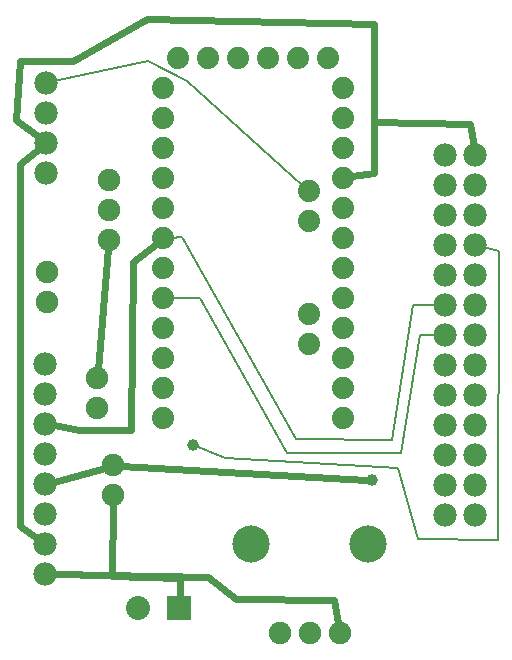
<source format=gtl>
G04 MADE WITH FRITZING*
G04 WWW.FRITZING.ORG*
G04 DOUBLE SIDED*
G04 HOLES PLATED*
G04 CONTOUR ON CENTER OF CONTOUR VECTOR*
%ASAXBY*%
%FSLAX23Y23*%
%MOIN*%
%OFA0B0*%
%SFA1.0B1.0*%
%ADD10C,0.074000*%
%ADD11C,0.078000*%
%ADD12C,0.074667*%
%ADD13C,0.074695*%
%ADD14C,0.124033*%
%ADD15C,0.075000*%
%ADD16C,0.039370*%
%ADD17C,0.080000*%
%ADD18R,0.080000X0.080000*%
%ADD19C,0.024000*%
%ADD20C,0.008000*%
%LNCOPPER1*%
G90*
G70*
G54D10*
X1098Y2093D03*
X998Y2093D03*
X898Y2093D03*
X798Y2093D03*
X698Y2093D03*
X598Y2093D03*
X1033Y1548D03*
X1033Y1648D03*
X1033Y1138D03*
X1033Y1238D03*
X1148Y1993D03*
X1148Y1893D03*
X1148Y1793D03*
X1148Y1693D03*
X1148Y1593D03*
X1148Y1493D03*
X1148Y1393D03*
X1148Y1293D03*
X1148Y1193D03*
X1148Y1093D03*
X1148Y993D03*
X1148Y893D03*
X548Y893D03*
X548Y993D03*
X548Y1093D03*
X548Y1193D03*
X548Y1293D03*
X548Y1393D03*
X548Y1493D03*
X548Y1593D03*
X548Y1693D03*
X548Y1793D03*
X548Y1893D03*
X548Y1993D03*
G54D11*
X159Y1711D03*
X159Y1811D03*
X159Y1911D03*
X159Y2011D03*
X159Y1711D03*
X159Y1811D03*
X159Y1911D03*
X159Y2011D03*
G54D12*
X1136Y176D03*
X1036Y176D03*
G54D13*
X936Y176D03*
G54D14*
X1230Y472D03*
X841Y472D03*
G54D12*
X1136Y176D03*
X1036Y176D03*
G54D13*
X936Y176D03*
G54D14*
X1230Y472D03*
X841Y472D03*
G54D15*
X366Y1687D03*
X366Y1587D03*
X366Y1487D03*
X329Y926D03*
X329Y1026D03*
X161Y1281D03*
X161Y1381D03*
X381Y735D03*
X381Y635D03*
G54D11*
X154Y1074D03*
X154Y974D03*
X154Y874D03*
X154Y774D03*
X154Y674D03*
X154Y574D03*
X154Y474D03*
X154Y374D03*
X1489Y1770D03*
X1489Y1670D03*
X1489Y1570D03*
X1489Y1470D03*
X1489Y1370D03*
X1489Y1270D03*
X1489Y1170D03*
X1489Y1070D03*
X1489Y970D03*
X1489Y870D03*
X1489Y770D03*
X1489Y670D03*
X1489Y570D03*
X1489Y1770D03*
X1489Y1670D03*
X1489Y1570D03*
X1489Y1470D03*
X1489Y1370D03*
X1489Y1270D03*
X1489Y1170D03*
X1489Y1070D03*
X1489Y970D03*
X1489Y870D03*
X1489Y770D03*
X1489Y670D03*
X1489Y570D03*
X1589Y570D03*
X1589Y670D03*
X1589Y770D03*
X1589Y870D03*
X1589Y970D03*
X1589Y1070D03*
X1589Y1170D03*
X1589Y1270D03*
X1589Y1370D03*
X1589Y1470D03*
X1589Y1570D03*
X1589Y1670D03*
X1589Y1770D03*
G54D16*
X1244Y686D03*
X646Y803D03*
G54D17*
X601Y260D03*
X464Y260D03*
G54D18*
X601Y260D03*
G54D19*
X790Y289D02*
X1118Y286D01*
D02*
X1118Y286D02*
X1131Y208D01*
D02*
X696Y363D02*
X790Y289D01*
D02*
X184Y373D02*
X696Y363D01*
D02*
X377Y370D02*
X380Y606D01*
D02*
X184Y373D02*
X377Y370D01*
D02*
X183Y681D02*
X353Y727D01*
D02*
X70Y534D02*
X72Y1741D01*
D02*
X130Y491D02*
X70Y534D01*
D02*
X72Y1741D02*
X136Y1792D01*
D02*
X442Y853D02*
X267Y853D01*
D02*
X267Y853D02*
X184Y868D01*
D02*
X448Y1414D02*
X442Y853D01*
D02*
X524Y1474D02*
X448Y1414D01*
D02*
X409Y733D02*
X1225Y687D01*
G54D20*
D02*
X183Y2016D02*
X496Y2083D01*
D02*
X626Y2017D02*
X1014Y1666D01*
D02*
X496Y2083D02*
X626Y2017D01*
D02*
X990Y822D02*
X1310Y820D01*
D02*
X612Y1495D02*
X990Y822D01*
D02*
X1381Y1269D02*
X1465Y1270D01*
D02*
X1310Y820D02*
X1381Y1269D01*
D02*
X574Y1494D02*
X612Y1495D01*
D02*
X755Y758D02*
X658Y798D01*
D02*
X1397Y490D02*
X1330Y725D01*
D02*
X1330Y725D02*
X755Y758D01*
D02*
X1613Y1464D02*
X1668Y1448D01*
D02*
X1668Y1448D02*
X1664Y487D01*
D02*
X1664Y487D02*
X1397Y490D01*
D02*
X962Y777D02*
X670Y1293D01*
D02*
X1405Y1169D02*
X1342Y775D01*
D02*
X670Y1293D02*
X574Y1293D01*
D02*
X1465Y1170D02*
X1405Y1169D01*
D02*
X1342Y775D02*
X962Y777D01*
G54D19*
D02*
X332Y1054D02*
X364Y1459D01*
D02*
X1570Y1874D02*
X1584Y1800D01*
D02*
X1252Y1881D02*
X1570Y1874D01*
D02*
X495Y2223D02*
X1250Y2207D01*
D02*
X1250Y2207D02*
X1252Y1881D01*
D02*
X135Y1829D02*
X57Y1885D01*
D02*
X57Y1885D02*
X71Y2082D01*
D02*
X246Y2082D02*
X495Y2223D01*
D02*
X71Y2082D02*
X246Y2082D01*
D02*
X1252Y1710D02*
X1179Y1698D01*
D02*
X1252Y1881D02*
X1252Y1710D01*
D02*
X605Y361D02*
X603Y292D01*
D02*
X380Y606D02*
X379Y365D01*
D02*
X379Y365D02*
X605Y361D01*
G04 End of Copper1*
M02*
</source>
